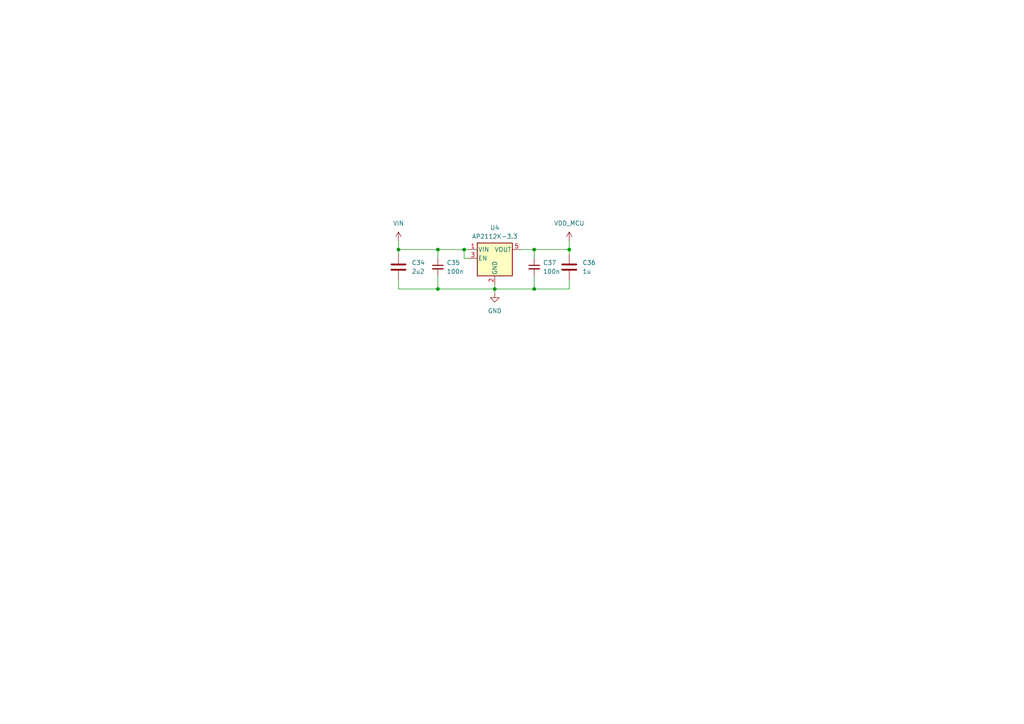
<source format=kicad_sch>
(kicad_sch (version 20231120) (generator "eeschema") (generator_version "8.0")
  (paper "A4")
  (lib_symbols
    (symbol "Device:C" (pin_numbers hide) (pin_names (offset 0.254))
      (property "Reference" "C" (at 0.635 2.54 0))
      (property "Value" "C" (at 0.635 -2.54 0))
      (symbol "C_0_1"
        (polyline (pts (xy -2.032 -0.762) (xy 2.032 -0.762)) (stroke (width 0.508)))
        (polyline (pts (xy -2.032 0.762) (xy 2.032 0.762)) (stroke (width 0.508)))
      )
      (symbol "C_1_1"
        (pin passive line (at 0 3.81 270) (length 2.794) (name "~") (number "1"))
        (pin passive line (at 0 -3.81 90) (length 2.794) (name "~") (number "2"))
      )
    )
    (symbol "Device:C_Small" (pin_numbers hide) (pin_names (offset 0.254) hide)
      (property "Reference" "C" (at 0.254 1.778 0))
      (property "Value" "C_Small" (at 0.254 -2.032 0))
      (symbol "C_Small_0_1"
        (polyline (pts (xy -1.524 -0.508) (xy 1.524 -0.508)) (stroke (width 0.3302)))
        (polyline (pts (xy -1.524 0.508) (xy 1.524 0.508)) (stroke (width 0.3048)))
      )
      (symbol "C_Small_1_1"
        (pin passive line (at 0 2.54 270) (length 2.032) (name "~") (number "1"))
        (pin passive line (at 0 -2.54 90) (length 2.032) (name "~") (number "2"))
      )
    )
    (symbol "Regulator_Linear:AP2112K-3.3" (pin_names (offset 0.254))
      (property "Reference" "U" (at -5.08 5.715 0))
      (property "Value" "AP2112K-3.3" (at 0 5.715 0))
      (symbol "AP2112K-3.3_0_1"
        (rectangle (start -5.08 4.445) (end 5.08 -5.08) (stroke (width 0.254)) (fill (type background)))
      )
      (symbol "AP2112K-3.3_1_1"
        (pin power_in line (at -7.62 2.54 0) (length 2.54) (name "VIN") (number "1"))
        (pin power_in line (at 0 -7.62 90) (length 2.54) (name "GND") (number "2"))
        (pin input line (at -7.62 0 0) (length 2.54) (name "EN") (number "3"))
        (pin no_connect line (at 5.08 0 180) (length 2.54) hide (name "NC") (number "4"))
        (pin power_out line (at 7.62 2.54 180) (length 2.54) (name "VOUT") (number "5"))
      )
    )
    (symbol "power:+3V3" (power) (pin_numbers hide) (pin_names (offset 0) hide)
      (property "Value" "+3V3" (at 0 3.556 0))
      (symbol "+3V3_0_1"
        (polyline (pts (xy -0.762 1.27) (xy 0 2.54)))
        (polyline (pts (xy 0 0) (xy 0 2.54)))
        (polyline (pts (xy 0 2.54) (xy 0.762 1.27)))
      )
      (symbol "+3V3_1_1"
        (pin power_in line (at 0 0 90) (length 0) (name "~") (number "1"))
      )
    )
    (symbol "power:GND" (power) (pin_numbers hide) (pin_names (offset 0) hide)
      (property "Value" "GND" (at 0 -3.81 0))
      (symbol "GND_0_1"
        (polyline (pts (xy 0 0) (xy 0 -1.27) (xy 1.27 -1.27) (xy 0 -2.54) (xy -1.27 -1.27) (xy 0 -1.27)))
      )
      (symbol "GND_1_1"
        (pin power_in line (at 0 0 270) (length 0) (name "~") (number "1"))
      )
    )
    (symbol "power:VBUS" (power) (pin_numbers hide) (pin_names (offset 0) hide)
      (property "Value" "VBUS" (at 0 3.556 0))
      (symbol "VBUS_0_1"
        (polyline (pts (xy -0.762 1.27) (xy 0 2.54)))
        (polyline (pts (xy 0 0) (xy 0 2.54)))
        (polyline (pts (xy 0 2.54) (xy 0.762 1.27)))
      )
      (symbol "VBUS_1_1"
        (pin power_in line (at 0 0 90) (length 0) (name "~") (number "1"))
      )
    )
  )
  (junction (at 154.94 83.82))
  (junction (at 127 72.39))
  (junction (at 115.57 72.39))
  (junction (at 165.1 72.39))
  (junction (at 127 83.82))
  (junction (at 154.94 72.39))
  (junction (at 134.62 72.39))
  (junction (at 143.51 83.82))
  (wire (pts (xy 135.89 74.93) (xy 134.62 74.93)))
  (wire (pts (xy 154.94 80.01) (xy 154.94 83.82)))
  (wire (pts (xy 154.94 72.39) (xy 154.94 74.93)))
  (wire (pts (xy 135.89 72.39) (xy 134.62 72.39)))
  (wire (pts (xy 134.62 72.39) (xy 127 72.39)))
  (wire (pts (xy 115.57 72.39) (xy 115.57 73.66)))
  (wire (pts (xy 143.51 83.82) (xy 143.51 82.55)))
  (wire (pts (xy 127 72.39) (xy 115.57 72.39)))
  (wire (pts (xy 115.57 69.85) (xy 115.57 72.39)))
  (wire (pts (xy 127 83.82) (xy 143.51 83.82)))
  (wire (pts (xy 115.57 83.82) (xy 127 83.82)))
  (wire (pts (xy 165.1 81.28) (xy 165.1 83.82)))
  (wire (pts (xy 154.94 83.82) (xy 165.1 83.82)))
  (wire (pts (xy 134.62 74.93) (xy 134.62 72.39)))
  (wire (pts (xy 115.57 81.28) (xy 115.57 83.82)))
  (wire (pts (xy 143.51 83.82) (xy 154.94 83.82)))
  (wire (pts (xy 165.1 69.85) (xy 165.1 72.39)))
  (wire (pts (xy 127 80.01) (xy 127 83.82)))
  (wire (pts (xy 143.51 85.09) (xy 143.51 83.82)))
  (wire (pts (xy 151.13 72.39) (xy 154.94 72.39)))
  (wire (pts (xy 127 72.39) (xy 127 74.93)))
  (wire (pts (xy 154.94 72.39) (xy 165.1 72.39)))
  (wire (pts (xy 165.1 72.39) (xy 165.1 73.66)))
  (symbol (lib_id "Device:C_Small") (at 127 77.47 0) (unit 1)
    (property "Reference" "C35" (at 129.54 76.2062 0) (effects (justify left)))
    (property "Value" "100n" (at 129.54 78.7462 0) (effects (justify left)))
    (property "Footprint" "Capacitor_SMD:C_0201_0603Metric" (effects (hide yes)))
    (property "Description" "Unpolarized capacitor, small symbol" (effects (hide yes)))
  )
  (symbol (lib_id "Device:C_Small") (at 154.94 77.47 0) (unit 1)
    (property "Reference" "C37" (at 157.48 76.2062 0) (effects (justify left)))
    (property "Value" "100n" (at 157.48 78.7462 0) (effects (justify left)))
    (property "Footprint" "Capacitor_SMD:C_0201_0603Metric" (effects (hide yes)))
    (property "Description" "Unpolarized capacitor, small symbol" (effects (hide yes)))
  )
  (symbol (lib_id "power:GND") (at 143.51 85.09 0) (unit 1)
    (property "Reference" "#PWR057" (effects (hide yes)))
    (property "Value" "GND" (at 143.51 90.17 0))
    (property "Description" "Power symbol creates a global label with name \"GND\" , ground" (effects (hide yes)))
  )
  (symbol (lib_id "Regulator_Linear:AP2112K-3.3") (at 143.51 74.93 0) (unit 1)
    (property "Reference" "U4" (at 143.51 66.04 0))
    (property "Value" "AP2112K-3.3" (at 143.51 68.58 0))
    (property "Footprint" "Package_TO_SOT_SMD:SOT-23-5" (effects (hide yes)))
    (property "Datasheet" "https://www.diodes.com/assets/Datasheets/AP2112.pdf" (effects (hide yes)))
    (property "Description" "600mA low dropout linear regulator, with enable pin, 3.8V-6V input voltage range, 3.3V fixed positive output, SOT-23-5" (effects (hide yes)))
  )
  (symbol (lib_id "power:VBUS") (at 115.57 69.85 0) (unit 1)
    (property "Reference" "#PWR058" (effects (hide yes)))
    (property "Value" "VIN" (at 115.57 64.77 0))
    (property "Description" "Power symbol creates a global label with name \"VBUS\"" (effects (hide yes)))
  )
  (symbol (lib_id "power:+3V3") (at 165.1 69.85 0) (unit 1)
    (property "Reference" "#PWR059" (effects (hide yes)))
    (property "Value" "VDD_MCU" (at 165.1 64.77 0))
    (property "Description" "Power symbol creates a global label with name \"+3V3\"" (effects (hide yes)))
  )
  (symbol (lib_id "Device:C") (at 115.57 77.47 0) (unit 1)
    (property "Reference" "C34" (at 119.38 76.1999 0) (effects (justify left)))
    (property "Value" "2u2" (at 119.38 78.7399 0) (effects (justify left)))
    (property "Footprint" "Capacitor_SMD:C_0402_1005Metric" (effects (hide yes)))
    (property "Description" "Unpolarized capacitor" (effects (hide yes)))
  )
  (symbol (lib_id "Device:C") (at 165.1 77.47 0) (unit 1)
    (property "Reference" "C36" (at 168.91 76.1999 0) (effects (justify left)))
    (property "Value" "1u" (at 168.91 78.7399 0) (effects (justify left)))
    (property "Footprint" "Capacitor_SMD:C_0402_1005Metric" (effects (hide yes)))
    (property "Description" "Unpolarized capacitor" (effects (hide yes)))
  )
)
</source>
